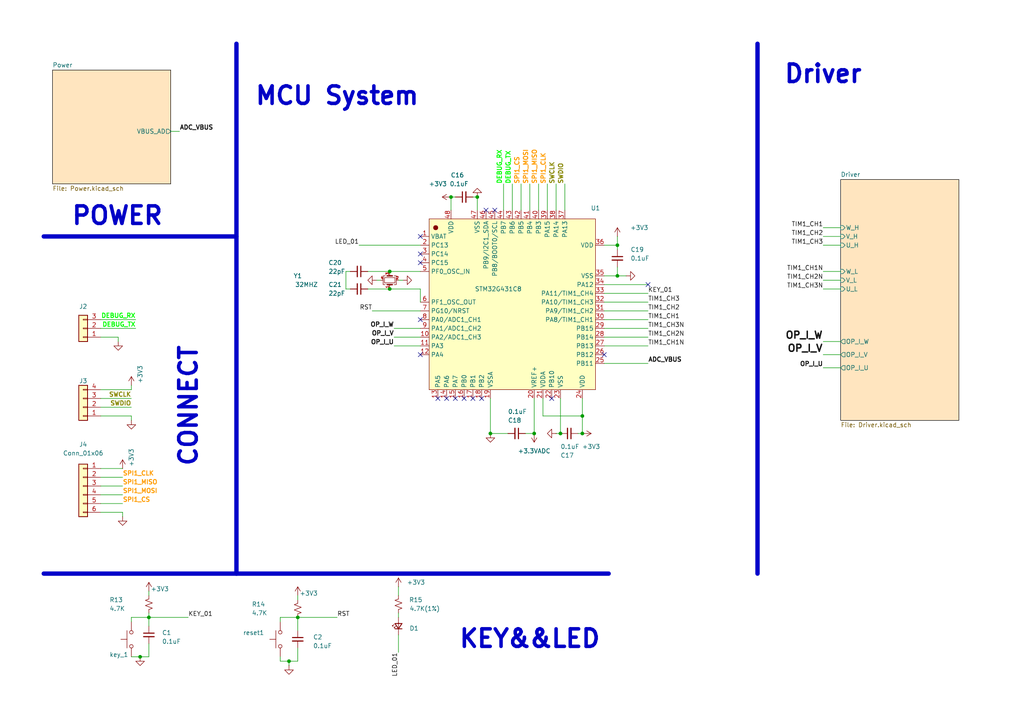
<source format=kicad_sch>
(kicad_sch (version 20231120) (generator "eeschema") (generator_version "8.0")
  (paper "A4")
  (title_block (title "AS5047 DEOM板") (date "2024-05-29") (rev "xxx") (company "速比特电子"))
  (lib_symbols
    (symbol "+3.3V_1" (power) (pin_numbers hide) (pin_names (offset 0) hide)
      (property "Value" "+3.3V" (at 0 3.556 0))
      (symbol "+3.3V_1_0_1"
        (polyline (pts (xy -0.762 1.27) (xy 0 2.54)))
        (polyline (pts (xy 0 0) (xy 0 2.54)))
        (polyline (pts (xy 0 2.54) (xy 0.762 1.27)))
      )
      (symbol "+3.3V_1_1_1"
        (pin power_in line (at 0 0 90) (length 0) (name "~") (number "1"))
      )
    )
    (symbol "+3.3V_2" (power) (pin_numbers hide) (pin_names (offset 0) hide)
      (property "Value" "+3.3V" (at 0 3.556 0))
      (symbol "+3.3V_2_0_1"
        (polyline (pts (xy -0.762 1.27) (xy 0 2.54)))
        (polyline (pts (xy 0 0) (xy 0 2.54)))
        (polyline (pts (xy 0 2.54) (xy 0.762 1.27)))
      )
      (symbol "+3.3V_2_1_1"
        (pin power_in line (at 0 0 90) (length 0) (name "~") (number "1"))
      )
    )
    (symbol "+3.3V_3" (power) (pin_numbers hide) (pin_names (offset 0) hide)
      (property "Value" "+3.3V" (at 0 3.556 0))
      (symbol "+3.3V_3_0_1"
        (polyline (pts (xy -0.762 1.27) (xy 0 2.54)))
        (polyline (pts (xy 0 0) (xy 0 2.54)))
        (polyline (pts (xy 0 2.54) (xy 0.762 1.27)))
      )
      (symbol "+3.3V_3_1_1"
        (pin power_in line (at 0 0 90) (length 0) (name "~") (number "1"))
      )
    )
    (symbol "+3.3V_4" (power) (pin_numbers hide) (pin_names (offset 0) hide)
      (property "Value" "+3.3V" (at 0 3.556 0))
      (symbol "+3.3V_4_0_1"
        (polyline (pts (xy -0.762 1.27) (xy 0 2.54)))
        (polyline (pts (xy 0 0) (xy 0 2.54)))
        (polyline (pts (xy 0 2.54) (xy 0.762 1.27)))
      )
      (symbol "+3.3V_4_1_1"
        (pin power_in line (at 0 0 90) (length 0) (name "~") (number "1"))
      )
    )
    (symbol "+3.3V_5" (power) (pin_numbers hide) (pin_names (offset 0) hide)
      (property "Value" "+3.3V" (at 0 3.556 0))
      (symbol "+3.3V_5_0_1"
        (polyline (pts (xy -0.762 1.27) (xy 0 2.54)))
        (polyline (pts (xy 0 0) (xy 0 2.54)))
        (polyline (pts (xy 0 2.54) (xy 0.762 1.27)))
      )
      (symbol "+3.3V_5_1_1"
        (pin power_in line (at 0 0 90) (length 0) (name "~") (number "1"))
      )
    )
    (symbol "Connector_Generic:Conn_01x03" (pin_names (offset 1.016) hide)
      (property "Reference" "J" (at 0 5.08 0))
      (property "Value" "Conn_01x03" (at 0 -5.08 0))
      (symbol "Conn_01x03_1_1"
        (rectangle (start -1.27 -2.413) (end 0 -2.667) (stroke (width 0.1524)))
        (rectangle (start -1.27 0.127) (end 0 -0.127) (stroke (width 0.1524)))
        (rectangle (start -1.27 2.667) (end 0 2.413) (stroke (width 0.1524)))
        (rectangle (start -1.27 3.81) (end 1.27 -3.81) (stroke (width 0.254)) (fill (type background)))
        (pin passive line (at -5.08 2.54 0) (length 3.81) (name "Pin_1") (number "1"))
        (pin passive line (at -5.08 0 0) (length 3.81) (name "Pin_2") (number "2"))
        (pin passive line (at -5.08 -2.54 0) (length 3.81) (name "Pin_3") (number "3"))
      )
    )
    (symbol "Connector_Generic:Conn_01x04" (pin_names (offset 1.016) hide)
      (property "Reference" "J" (at 0 5.08 0))
      (property "Value" "Conn_01x04" (at 0 -7.62 0))
      (symbol "Conn_01x04_1_1"
        (rectangle (start -1.27 -4.953) (end 0 -5.207) (stroke (width 0.1524)))
        (rectangle (start -1.27 -2.413) (end 0 -2.667) (stroke (width 0.1524)))
        (rectangle (start -1.27 0.127) (end 0 -0.127) (stroke (width 0.1524)))
        (rectangle (start -1.27 2.667) (end 0 2.413) (stroke (width 0.1524)))
        (rectangle (start -1.27 3.81) (end 1.27 -6.35) (stroke (width 0.254)) (fill (type background)))
        (pin passive line (at -5.08 2.54 0) (length 3.81) (name "Pin_1") (number "1"))
        (pin passive line (at -5.08 0 0) (length 3.81) (name "Pin_2") (number "2"))
        (pin passive line (at -5.08 -2.54 0) (length 3.81) (name "Pin_3") (number "3"))
        (pin passive line (at -5.08 -5.08 0) (length 3.81) (name "Pin_4") (number "4"))
      )
    )
    (symbol "Connector_Generic:Conn_01x06" (pin_names (offset 1.016) hide)
      (property "Reference" "J" (at 0 7.62 0))
      (property "Value" "Conn_01x06" (at 0 -10.16 0))
      (symbol "Conn_01x06_1_1"
        (rectangle (start -1.27 -7.493) (end 0 -7.747) (stroke (width 0.1524)))
        (rectangle (start -1.27 -4.953) (end 0 -5.207) (stroke (width 0.1524)))
        (rectangle (start -1.27 -2.413) (end 0 -2.667) (stroke (width 0.1524)))
        (rectangle (start -1.27 0.127) (end 0 -0.127) (stroke (width 0.1524)))
        (rectangle (start -1.27 2.667) (end 0 2.413) (stroke (width 0.1524)))
        (rectangle (start -1.27 5.207) (end 0 4.953) (stroke (width 0.1524)))
        (rectangle (start -1.27 6.35) (end 1.27 -8.89) (stroke (width 0.254)) (fill (type background)))
        (pin passive line (at -5.08 5.08 0) (length 3.81) (name "Pin_1") (number "1"))
        (pin passive line (at -5.08 2.54 0) (length 3.81) (name "Pin_2") (number "2"))
        (pin passive line (at -5.08 0 0) (length 3.81) (name "Pin_3") (number "3"))
        (pin passive line (at -5.08 -2.54 0) (length 3.81) (name "Pin_4") (number "4"))
        (pin passive line (at -5.08 -5.08 0) (length 3.81) (name "Pin_5") (number "5"))
        (pin passive line (at -5.08 -7.62 0) (length 3.81) (name "Pin_6") (number "6"))
      )
    )
    (symbol "Device:C_Small" (pin_numbers hide) (pin_names (offset 0.254) hide)
      (property "Reference" "C" (at 0.254 1.778 0))
      (property "Value" "C_Small" (at 0.254 -2.032 0))
      (symbol "C_Small_0_1"
        (polyline (pts (xy -1.524 -0.508) (xy 1.524 -0.508)) (stroke (width 0.3302)))
        (polyline (pts (xy -1.524 0.508) (xy 1.524 0.508)) (stroke (width 0.3048)))
      )
      (symbol "C_Small_1_1"
        (pin passive line (at 0 2.54 270) (length 2.032) (name "~") (number "1"))
        (pin passive line (at 0 -2.54 90) (length 2.032) (name "~") (number "2"))
      )
    )
    (symbol "Device:Crystal_GND24_Small" (pin_names (offset 1.016) hide)
      (property "Reference" "Y" (at 1.27 4.445 0))
      (property "Value" "Crystal_GND24_Small" (at 1.27 2.54 0))
      (symbol "Crystal_GND24_Small_0_1"
        (rectangle (start -0.762 -1.524) (end 0.762 1.524))
        (polyline (pts (xy -1.27 -0.762) (xy -1.27 0.762)) (stroke (width 0.381)))
        (polyline (pts (xy 1.27 -0.762) (xy 1.27 0.762)) (stroke (width 0.381)))
        (polyline (pts (xy -1.27 -1.27) (xy -1.27 -1.905) (xy 1.27 -1.905) (xy 1.27 -1.27)))
        (polyline (pts (xy -1.27 1.27) (xy -1.27 1.905) (xy 1.27 1.905) (xy 1.27 1.27)))
      )
      (symbol "Crystal_GND24_Small_1_1"
        (pin passive line (at -2.54 0 0) (length 1.27) (name "1") (number "1"))
        (pin passive line (at 0 -2.54 90) (length 0.635) (name "2") (number "2"))
        (pin passive line (at 2.54 0 180) (length 1.27) (name "3") (number "3"))
        (pin passive line (at 0 2.54 270) (length 0.635) (name "4") (number "4"))
      )
    )
    (symbol "Device:LED_Small" (pin_numbers hide) (pin_names (offset 0.254) hide)
      (property "Reference" "D" (at -1.27 3.175 0))
      (property "Value" "LED_Small" (at -4.445 -2.54 0))
      (symbol "LED_Small_0_1"
        (polyline (pts (xy -0.762 -1.016) (xy -0.762 1.016)) (stroke (width 0.254)))
        (polyline (pts (xy 1.016 0) (xy -0.762 0)))
        (polyline (pts (xy 0.762 -1.016) (xy -0.762 0) (xy 0.762 1.016) (xy 0.762 -1.016)) (stroke (width 0.254)))
        (polyline (pts (xy 0 0.762) (xy -0.508 1.27) (xy -0.254 1.27) (xy -0.508 1.27) (xy -0.508 1.016)))
        (polyline (pts (xy 0.508 1.27) (xy 0 1.778) (xy 0.254 1.778) (xy 0 1.778) (xy 0 1.524)))
      )
      (symbol "LED_Small_1_1"
        (pin passive line (at -2.54 0 0) (length 1.778) (name "K") (number "1"))
        (pin passive line (at 2.54 0 180) (length 1.778) (name "A") (number "2"))
      )
    )
    (symbol "Device:R_Small_US" (pin_numbers hide) (pin_names (offset 0.254) hide)
      (property "Reference" "R" (at 0.762 0.508 0))
      (property "Value" "R_Small_US" (at 0.762 -1.016 0))
      (symbol "R_Small_US_1_1"
        (polyline (pts (xy 0 0) (xy 1.016 -0.381) (xy 0 -0.762) (xy -1.016 -1.143) (xy 0 -1.524)))
        (polyline (pts (xy 0 1.524) (xy 1.016 1.143) (xy 0 0.762) (xy -1.016 0.381) (xy 0 0)))
        (pin passive line (at 0 2.54 270) (length 1.016) (name "~") (number "1"))
        (pin passive line (at 0 -2.54 90) (length 1.016) (name "~") (number "2"))
      )
    )
    (symbol "GND_1" (power) (pin_numbers hide) (pin_names (offset 0) hide)
      (property "Value" "GND" (at 0 -3.81 0))
      (symbol "GND_1_0_1"
        (polyline (pts (xy 0 0) (xy 0 -1.27) (xy 1.27 -1.27) (xy 0 -2.54) (xy -1.27 -1.27) (xy 0 -1.27)))
      )
      (symbol "GND_1_1_1"
        (pin power_in line (at 0 0 270) (length 0) (name "~") (number "1"))
      )
    )
    (symbol "GND_2" (power) (pin_numbers hide) (pin_names (offset 0) hide)
      (property "Value" "GND" (at 0 -3.81 0))
      (symbol "GND_2_0_1"
        (polyline (pts (xy 0 0) (xy 0 -1.27) (xy 1.27 -1.27) (xy 0 -2.54) (xy -1.27 -1.27) (xy 0 -1.27)))
      )
      (symbol "GND_2_1_1"
        (pin power_in line (at 0 0 270) (length 0) (name "~") (number "1"))
      )
    )
    (symbol "GND_3" (power) (pin_numbers hide) (pin_names (offset 0) hide)
      (property "Value" "GND" (at 0 -3.81 0))
      (symbol "GND_3_0_1"
        (polyline (pts (xy 0 0) (xy 0 -1.27) (xy 1.27 -1.27) (xy 0 -2.54) (xy -1.27 -1.27) (xy 0 -1.27)))
      )
      (symbol "GND_3_1_1"
        (pin power_in line (at 0 0 270) (length 0) (name "~") (number "1"))
      )
    )
    (symbol "GND_4" (power) (pin_numbers hide) (pin_names (offset 0) hide)
      (property "Value" "GND" (at 0 -3.81 0))
      (symbol "GND_4_0_1"
        (polyline (pts (xy 0 0) (xy 0 -1.27) (xy 1.27 -1.27) (xy 0 -2.54) (xy -1.27 -1.27) (xy 0 -1.27)))
      )
      (symbol "GND_4_1_1"
        (pin power_in line (at 0 0 270) (length 0) (name "~") (number "1"))
      )
    )
    (symbol "GND_5" (power) (pin_numbers hide) (pin_names (offset 0) hide)
      (property "Value" "GND" (at 0 -3.81 0))
      (symbol "GND_5_0_1"
        (polyline (pts (xy 0 0) (xy 0 -1.27) (xy 1.27 -1.27) (xy 0 -2.54) (xy -1.27 -1.27) (xy 0 -1.27)))
      )
      (symbol "GND_5_1_1"
        (pin power_in line (at 0 0 270) (length 0) (name "~") (number "1"))
      )
    )
    (symbol "SW_Push_1" (pin_numbers hide) (pin_names (offset 1.016) hide)
      (property "Reference" "SW" (at 1.27 2.54 0))
      (property "Value" "SW_Push" (at 0 -1.524 0))
      (symbol "SW_Push_1_0_1"
        (circle (center -2.032 0) (radius 0.508))
        (polyline (pts (xy 0 1.27) (xy 0 3.048)))
        (polyline (pts (xy 2.54 1.27) (xy -2.54 1.27)))
        (circle (center 2.032 0) (radius 0.508))
        (pin passive line (at -5.08 0 0) (length 2.54) (name "1") (number "1"))
        (pin passive line (at 5.08 0 180) (length 2.54) (name "2") (number "2"))
      )
    )
    (symbol "Switch:SW_Push" (pin_numbers hide) (pin_names (offset 1.016) hide)
      (property "Reference" "SW" (at 1.27 2.54 0))
      (property "Value" "SW_Push" (at 0 -1.524 0))
      (symbol "SW_Push_0_1"
        (circle (center -2.032 0) (radius 0.508))
        (polyline (pts (xy 0 1.27) (xy 0 3.048)))
        (polyline (pts (xy 2.54 1.27) (xy -2.54 1.27)))
        (circle (center 2.032 0) (radius 0.508))
        (pin passive line (at -5.08 0 0) (length 2.54) (name "1") (number "1"))
        (pin passive line (at 5.08 0 180) (length 2.54) (name "2") (number "2"))
      )
    )
    (symbol "User_Mcu:STM32G431C8TX"
      (property "Reference" "U" (at -21.844 -3.048 0))
      (symbol "STM32G431C8TX_0_1"
        (rectangle (start -22.86 -10.16) (end 25.4 -59.69) (stroke (width 0.1524)) (fill (type background)))
        (circle (center -20.955 -12.7) (radius 0.635) (stroke (width 0.1524)) (fill (type outline)))
      )
      (symbol "STM32G431C8TX_1_1"
        (pin input line (at -25.4 -15.24 0) (length 2.54) (name "VBAT") (number "1"))
        (pin input line (at -25.4 -44.45 0) (length 2.54) (name "PA2/ADC1_CH3") (number "10"))
        (pin input line (at -25.4 -46.99 0) (length 2.54) (name "PA3") (number "11"))
        (pin input line (at -25.4 -49.53 0) (length 2.54) (name "PA4") (number "12"))
        (pin input line (at -20.32 -62.23 90) (length 2.54) (name "PA5") (number "13"))
        (pin input line (at -17.78 -62.23 90) (length 2.54) (name "PA6") (number "14"))
        (pin input line (at -15.24 -62.23 90) (length 2.54) (name "PA7") (number "15"))
        (pin input line (at -12.7 -62.23 90) (length 2.54) (name "PB0") (number "16"))
        (pin input line (at -10.16 -62.23 90) (length 2.54) (name "PB1") (number "17"))
        (pin input line (at -7.62 -62.23 90) (length 2.54) (name "PB2") (number "18"))
        (pin input line (at -5.08 -62.23 90) (length 2.54) (name "VSSA") (number "19"))
        (pin input line (at -25.4 -17.78 0) (length 2.54) (name "PC13") (number "2"))
        (pin input line (at 7.62 -62.23 90) (length 2.54) (name "VREF+") (number "20"))
        (pin input line (at 10.16 -62.23 90) (length 2.54) (name "VDDA") (number "21"))
        (pin input line (at 12.7 -62.23 90) (length 2.54) (name "PB10") (number "22"))
        (pin input line (at 15.24 -62.23 90) (length 2.54) (name "VSS") (number "23"))
        (pin input line (at 21.59 -62.23 90) (length 2.54) (name "VDD") (number "24"))
        (pin input line (at 27.94 -52.07 180) (length 2.54) (name "PB11") (number "25"))
        (pin input line (at 27.94 -49.53 180) (length 2.54) (name "PB12") (number "26"))
        (pin bidirectional line (at 27.94 -46.99 180) (length 2.54) (name "PB13") (number "27"))
        (pin bidirectional line (at 27.94 -44.45 180) (length 2.54) (name "PB14") (number "28"))
        (pin bidirectional line (at 27.94 -41.91 180) (length 2.54) (name "PB15") (number "29"))
        (pin input line (at -25.4 -20.32 0) (length 2.54) (name "PC14") (number "3"))
        (pin bidirectional line (at 27.94 -39.37 180) (length 2.54) (name "PA8/TIM1_CH1") (number "30"))
        (pin bidirectional line (at 27.94 -36.83 180) (length 2.54) (name "PA9/TIM1_CH2") (number "31"))
        (pin bidirectional line (at 27.94 -34.29 180) (length 2.54) (name "PA10/TIM1_CH3") (number "32"))
        (pin input line (at 27.94 -31.75 180) (length 2.54) (name "PA11/TIM1_CH4") (number "33"))
        (pin input line (at 27.94 -29.21 180) (length 2.54) (name "PA12") (number "34"))
        (pin input line (at 27.94 -26.67 180) (length 2.54) (name "VSS") (number "35"))
        (pin input line (at 27.94 -17.78 180) (length 2.54) (name "VDD") (number "36"))
        (pin input line (at 16.51 -7.62 270) (length 2.54) (name "PA13") (number "37"))
        (pin input line (at 13.97 -7.62 270) (length 2.54) (name "PA14") (number "38"))
        (pin input line (at 11.43 -7.62 270) (length 2.54) (name "PA15") (number "39"))
        (pin input line (at -25.4 -22.86 0) (length 2.54) (name "PC15") (number "4"))
        (pin input line (at 8.89 -7.62 270) (length 2.54) (name "PB3") (number "40"))
        (pin input line (at 6.35 -7.62 270) (length 2.54) (name "PB4") (number "41"))
        (pin input line (at 3.81 -7.62 270) (length 2.54) (name "PB5") (number "42"))
        (pin input line (at 1.27 -7.62 270) (length 2.54) (name "PB6") (number "43"))
        (pin input line (at -1.27 -7.62 270) (length 2.54) (name "PB7") (number "44"))
        (pin input line (at -3.81 -7.62 270) (length 2.54) (name "PB8/BOOT0/SCL") (number "45"))
        (pin input line (at -6.35 -7.62 270) (length 2.54) (name "PB9/I2C1_SDA") (number "46"))
        (pin input line (at -8.89 -7.62 270) (length 2.54) (name "VSS") (number "47"))
        (pin input line (at -16.51 -7.62 270) (length 2.54) (name "VDD") (number "48"))
        (pin input line (at -25.4 -25.4 0) (length 2.54) (name "PF0_OSC_IN") (number "5"))
        (pin input line (at -25.4 -34.29 0) (length 2.54) (name "PF1_OSC_OUT") (number "6"))
        (pin input line (at -25.4 -36.83 0) (length 2.54) (name "PG10/NRST") (number "7"))
        (pin input line (at -25.4 -39.37 0) (length 2.54) (name "PA0/ADC1_CH1") (number "8"))
        (pin input line (at -25.4 -41.91 0) (length 2.54) (name "PA1/ADC1_CH2") (number "9"))
      )
    )
    (symbol "power:+3.3V" (power) (pin_numbers hide) (pin_names (offset 0) hide)
      (property "Value" "+3.3V" (at 0 3.556 0))
      (symbol "+3.3V_0_1"
        (polyline (pts (xy -0.762 1.27) (xy 0 2.54)))
        (polyline (pts (xy 0 0) (xy 0 2.54)))
        (polyline (pts (xy 0 2.54) (xy 0.762 1.27)))
      )
      (symbol "+3.3V_1_1"
        (pin power_in line (at 0 0 90) (length 0) (name "~") (number "1"))
      )
    )
    (symbol "power:+3.3VADC" (power) (pin_numbers hide) (pin_names (offset 0) hide)
      (property "Value" "+3.3VADC" (at 0 3.556 0))
      (symbol "+3.3VADC_0_0"
        (pin power_in line (at 0 0 90) (length 0) (name "~") (number "1"))
      )
      (symbol "+3.3VADC_0_1"
        (polyline (pts (xy -0.762 1.27) (xy 0 2.54)))
        (polyline (pts (xy 0 0) (xy 0 2.54)))
        (polyline (pts (xy 0 2.54) (xy 0.762 1.27)))
      )
    )
    (symbol "power:GND" (power) (pin_numbers hide) (pin_names (offset 0) hide)
      (property "Value" "GND" (at 0 -3.81 0))
      (symbol "GND_0_1"
        (polyline (pts (xy 0 0) (xy 0 -1.27) (xy 1.27 -1.27) (xy 0 -2.54) (xy -1.27 -1.27) (xy 0 -1.27)))
      )
      (symbol "GND_1_1"
        (pin power_in line (at 0 0 270) (length 0) (name "~") (number "1"))
      )
    )
  )
  (junction (at 162.56 125.73))
  (junction (at 113.03 78.74))
  (junction (at 86.36 179.07))
  (junction (at 179.07 71.12))
  (junction (at 43.18 179.07))
  (junction (at 40.64 190.5))
  (junction (at 83.82 191.77))
  (junction (at 138.43 57.15))
  (junction (at 154.94 125.73))
  (junction (at 179.07 80.01))
  (junction (at 168.91 125.73))
  (junction (at 130.81 57.15))
  (junction (at 168.91 120.65))
  (junction (at 142.24 125.73))
  (junction (at 113.03 83.82))
  (no_connect (at 175.26 102.87))
  (no_connect (at 134.62 115.57))
  (no_connect (at 127 115.57))
  (no_connect (at 129.54 115.57))
  (no_connect (at 121.92 76.2))
  (no_connect (at 132.08 115.57))
  (no_connect (at 143.51 60.96))
  (no_connect (at 121.92 102.87))
  (no_connect (at 137.16 115.57))
  (no_connect (at 121.92 68.58))
  (no_connect (at 139.7 115.57))
  (no_connect (at 121.92 73.66))
  (no_connect (at 160.02 115.57))
  (no_connect (at 121.92 92.71))
  (no_connect (at 140.97 60.96))
  (no_connect (at 187.96 82.55))
  (wire (pts (xy 29.21 115.57) (xy 38.1 115.57)))
  (wire (pts (xy 29.21 135.89) (xy 35.56 135.89)))
  (polyline (pts (xy 219.71 12.7) (xy 219.71 166.37)) (stroke (width 1.27)))
  (wire (pts (xy 106.68 78.74) (xy 113.03 78.74)))
  (wire (pts (xy 29.21 120.65) (xy 38.1 120.65)))
  (polyline (pts (xy 12.7 68.58) (xy 68.58 68.58)) (stroke (width 1.27)))
  (wire (pts (xy 158.75 53.34) (xy 158.75 60.96)))
  (wire (pts (xy 114.3 95.25) (xy 121.92 95.25)))
  (wire (pts (xy 130.81 57.15) (xy 130.81 60.96)))
  (wire (pts (xy 35.56 149.86) (xy 35.56 148.59)))
  (wire (pts (xy 81.28 190.5) (xy 81.28 191.77)))
  (wire (pts (xy 238.76 83.82) (xy 243.84 83.82)))
  (wire (pts (xy 175.26 100.33) (xy 187.96 100.33)))
  (wire (pts (xy 238.76 99.06) (xy 243.84 99.06)))
  (wire (pts (xy 175.26 90.17) (xy 187.96 90.17)))
  (wire (pts (xy 29.21 95.25) (xy 39.37 95.25)))
  (wire (pts (xy 29.21 118.11) (xy 38.1 118.11)))
  (wire (pts (xy 179.07 80.01) (xy 181.61 80.01)))
  (wire (pts (xy 81.28 179.07) (xy 86.36 179.07)))
  (wire (pts (xy 175.26 80.01) (xy 179.07 80.01)))
  (wire (pts (xy 86.36 187.96) (xy 86.36 191.77)))
  (wire (pts (xy 106.68 83.82) (xy 113.03 83.82)))
  (wire (pts (xy 29.21 146.05) (xy 35.56 146.05)))
  (wire (pts (xy 157.48 115.57) (xy 157.48 120.65)))
  (wire (pts (xy 163.83 53.34) (xy 163.83 60.96)))
  (polyline (pts (xy 12.7 166.37) (xy 176.53 166.37)) (stroke (width 1.27)))
  (wire (pts (xy 29.21 140.97) (xy 35.56 140.97)))
  (wire (pts (xy 175.26 95.25) (xy 187.96 95.25)))
  (wire (pts (xy 175.26 105.41) (xy 187.96 105.41)))
  (wire (pts (xy 238.76 68.58) (xy 243.84 68.58)))
  (wire (pts (xy 175.26 92.71) (xy 187.96 92.71)))
  (wire (pts (xy 100.33 78.74) (xy 100.33 83.82)))
  (wire (pts (xy 153.67 53.34) (xy 153.67 60.96)))
  (wire (pts (xy 113.03 83.82) (xy 121.92 83.82)))
  (wire (pts (xy 83.82 191.77) (xy 83.82 193.04)))
  (wire (pts (xy 86.36 172.72) (xy 86.36 173.99)))
  (wire (pts (xy 100.33 78.74) (xy 101.6 78.74)))
  (wire (pts (xy 38.1 179.07) (xy 38.1 180.34)))
  (wire (pts (xy 29.21 92.71) (xy 39.37 92.71)))
  (wire (pts (xy 151.13 53.34) (xy 151.13 60.96)))
  (wire (pts (xy 238.76 66.04) (xy 243.84 66.04)))
  (wire (pts (xy 142.24 115.57) (xy 142.24 125.73)))
  (wire (pts (xy 29.21 143.51) (xy 35.56 143.51)))
  (wire (pts (xy 175.26 71.12) (xy 179.07 71.12)))
  (wire (pts (xy 43.18 171.45) (xy 43.18 172.72)))
  (wire (pts (xy 81.28 179.07) (xy 81.28 180.34)))
  (wire (pts (xy 175.26 85.09) (xy 187.96 85.09)))
  (wire (pts (xy 29.21 113.03) (xy 38.1 113.03)))
  (wire (pts (xy 179.07 72.39) (xy 179.07 71.12)))
  (wire (pts (xy 115.57 81.28) (xy 116.84 81.28)))
  (wire (pts (xy 43.18 177.8) (xy 43.18 179.07)))
  (wire (pts (xy 109.22 81.28) (xy 110.49 81.28)))
  (wire (pts (xy 107.95 90.17) (xy 121.92 90.17)))
  (wire (pts (xy 238.76 71.12) (xy 243.84 71.12)))
  (wire (pts (xy 167.64 125.73) (xy 168.91 125.73)))
  (wire (pts (xy 29.21 138.43) (xy 35.56 138.43)))
  (wire (pts (xy 157.48 120.65) (xy 168.91 120.65)))
  (wire (pts (xy 43.18 179.07) (xy 43.18 181.61)))
  (wire (pts (xy 179.07 77.47) (xy 179.07 80.01)))
  (wire (pts (xy 100.33 83.82) (xy 101.6 83.82)))
  (wire (pts (xy 38.1 120.65) (xy 38.1 121.92)))
  (wire (pts (xy 86.36 179.07) (xy 97.79 179.07)))
  (wire (pts (xy 238.76 102.87) (xy 243.84 102.87)))
  (wire (pts (xy 175.26 97.79) (xy 187.96 97.79)))
  (wire (pts (xy 137.16 57.15) (xy 138.43 57.15)))
  (wire (pts (xy 130.81 57.15) (xy 132.08 57.15)))
  (wire (pts (xy 156.21 53.34) (xy 156.21 60.96)))
  (wire (pts (xy 154.94 125.73) (xy 152.4 125.73)))
  (wire (pts (xy 81.28 191.77) (xy 83.82 191.77)))
  (wire (pts (xy 49.53 38.1) (xy 52.07 38.1)))
  (wire (pts (xy 114.3 97.79) (xy 121.92 97.79)))
  (wire (pts (xy 138.43 57.15) (xy 138.43 60.96)))
  (wire (pts (xy 38.1 111.76) (xy 38.1 113.03)))
  (wire (pts (xy 179.07 68.58) (xy 179.07 71.12)))
  (wire (pts (xy 115.57 184.15) (xy 115.57 189.23)))
  (wire (pts (xy 40.64 190.5) (xy 43.18 190.5)))
  (wire (pts (xy 175.26 87.63) (xy 187.96 87.63)))
  (wire (pts (xy 154.94 115.57) (xy 154.94 125.73)))
  (wire (pts (xy 43.18 179.07) (xy 38.1 179.07)))
  (wire (pts (xy 161.29 125.73) (xy 162.56 125.73)))
  (wire (pts (xy 29.21 97.79) (xy 34.29 97.79)))
  (wire (pts (xy 175.26 82.55) (xy 187.96 82.55)))
  (wire (pts (xy 121.92 83.82) (xy 121.92 87.63)))
  (wire (pts (xy 34.29 97.79) (xy 34.29 99.06)))
  (wire (pts (xy 43.18 190.5) (xy 43.18 186.69)))
  (wire (pts (xy 162.56 115.57) (xy 162.56 125.73)))
  (wire (pts (xy 168.91 120.65) (xy 168.91 125.73)))
  (wire (pts (xy 114.3 100.33) (xy 121.92 100.33)))
  (wire (pts (xy 83.82 191.77) (xy 86.36 191.77)))
  (wire (pts (xy 238.76 78.74) (xy 243.84 78.74)))
  (wire (pts (xy 115.57 170.18) (xy 115.57 172.72)))
  (wire (pts (xy 35.56 148.59) (xy 29.21 148.59)))
  (wire (pts (xy 142.24 125.73) (xy 147.32 125.73)))
  (wire (pts (xy 43.18 179.07) (xy 54.61 179.07)))
  (wire (pts (xy 104.14 71.12) (xy 121.92 71.12)))
  (wire (pts (xy 238.76 106.68) (xy 243.84 106.68)))
  (polyline (pts (xy 68.58 12.7) (xy 68.58 166.37)) (stroke (width 1.27)))
  (wire (pts (xy 86.36 179.07) (xy 86.36 182.88)))
  (wire (pts (xy 238.76 81.28) (xy 243.84 81.28)))
  (wire (pts (xy 115.57 177.8) (xy 115.57 179.07)))
  (wire (pts (xy 148.59 53.34) (xy 148.59 60.96)))
  (wire (pts (xy 161.29 53.34) (xy 161.29 60.96)))
  (wire (pts (xy 38.1 190.5) (xy 40.64 190.5)))
  (wire (pts (xy 168.91 115.57) (xy 168.91 120.65)))
  (wire (pts (xy 146.05 53.34) (xy 146.05 60.96)))
  (wire (pts (xy 113.03 78.74) (xy 121.92 78.74)))
  (text "POWER" (at 34.036 62.738 0) (effects (font (size 5.08 5.08) (bold yes))))
  (text "Driver" (at 238.76 21.59 0) (effects (font (size 5.08 5.08) (bold yes))))
  (text "KEY&&LED" (at 153.67 185.42 0) (effects (font (size 5.08 5.08) (thickness 1.016) (bold yes))))
  (text "MCU System" (at 97.79 27.94 0) (effects (font (size 5.08 5.08) (bold yes))))
  (text "CONNECT" (at 54.61 117.856 90) (effects (font (size 5.08 5.08) (bold yes))))
  (label "SPI1_MISO" (at 156.21 53.34 90) (effects (font (thickness 0.254) (bold yes))))
  (label "DEBUG_TX" (at 148.59 53.34 90) (effects (font (thickness 0.254) (bold yes))))
  (label "TIM1_CH2N" (at 238.76 81.28 180))
  (label "SPI1_MOSI" (at 153.67 53.34 90) (effects (font (thickness 0.254) (bold yes))))
  (label "KEY_01" (at 54.61 179.07 0))
  (label "LED_01" (at 104.14 71.12 180))
  (label "TIM1_CH2N" (at 187.96 97.79 0))
  (label "TIM1_CH1" (at 238.76 66.04 180))
  (label "DEBUG_RX" (at 39.37 92.71 180) (effects (font (thickness 0.254) (bold yes))))
  (label "TIM1_CH1N" (at 187.96 100.33 0))
  (label "KEY_01" (at 187.96 85.09 0))
  (label "TIM1_CH3N" (at 238.76 83.82 180))
  (label "ADC_VBUS" (at 187.96 105.41 0) (effects (font (bold yes))))
  (label "OP_I_V" (at 114.3 97.79 180) (effects (font (bold yes))))
  (label "SWCLK" (at 38.1 115.57 180) (effects (font (thickness 0.254) (bold yes))))
  (label "DEBUG_TX" (at 39.37 95.25 180) (effects (font (thickness 0.254) (bold yes))))
  (label "OP_I_V" (at 238.76 102.87 180) (effects (font (size 2.032 2.032) (bold yes))))
  (label "TIM1_CH1" (at 187.96 92.71 0))
  (label "SPI1_MOSI" (at 35.56 143.51 0) (effects (font (thickness 0.254) (bold yes))))
  (label "SPI1_CS" (at 151.13 53.34 90) (effects (font (thickness 0.254) (bold yes))))
  (label "ADC_VBUS" (at 52.07 38.1 0) (effects (font (bold yes))))
  (label "SWCLK" (at 161.29 53.34 90) (effects (font (thickness 0.254) (bold yes))))
  (label "TIM1_CH3" (at 238.76 71.12 180))
  (label "TIM1_CH3N" (at 187.96 95.25 0))
  (label "SPI1_CS" (at 35.56 146.05 0) (effects (font (thickness 0.254) (bold yes))))
  (label "TIM1_CH2" (at 187.96 90.17 0))
  (label "SWDIO" (at 38.1 118.11 180) (effects (font (thickness 0.254) (bold yes))))
  (label "SWDIO" (at 163.83 53.34 90) (effects (font (thickness 0.254) (bold yes))))
  (label "OP_I_U" (at 114.3 100.33 180) (effects (font (bold yes))))
  (label "SPI1_CLK" (at 35.56 138.43 0) (effects (font (thickness 0.254) (bold yes))))
  (label "DEBUG_RX" (at 146.05 53.34 90) (effects (font (thickness 0.254) (bold yes))))
  (label "OP_I_W" (at 114.3 95.25 180) (effects (font (bold yes))))
  (label "TIM1_CH1N" (at 238.76 78.74 180))
  (label "RST" (at 107.95 90.17 180))
  (label "OP_I_U" (at 238.76 106.68 180) (effects (font (bold yes))))
  (label "TIM1_CH2" (at 238.76 68.58 180))
  (label "RST" (at 97.79 179.07 0))
  (label "TIM1_CH3" (at 187.96 87.63 0))
  (label "SPI1_CLK" (at 158.75 53.34 90) (effects (font (thickness 0.254) (bold yes))))
  (label "LED_01" (at 115.57 189.23 270))
  (label "OP_I_W" (at 238.76 99.06 180) (effects (font (size 2.032 2.032) (bold yes))))
  (label "SPI1_MISO" (at 35.56 140.97 0) (effects (font (thickness 0.254) (bold yes))))
  (symbol (lib_id "Device:C_Small") (at 149.86 125.73 270) (unit 1)
    (property "Reference" "C18" (at 147.32 121.92 90) (effects (justify left)))
    (property "Value" "0.1uF" (at 147.32 119.38 90) (effects (justify left)))
    (property "Footprint" "Capacitor_SMD:C_0603_1608Metric" (effects (hide yes)))
  )
  (symbol (lib_id "User_Mcu:STM32G431C8TX") (at 147.32 53.34 0) (unit 1)
    (property "Reference" "U1" (at 172.72 60.3564 0))
    (property "Value" "STM32G431C8" (at 144.526 83.82 0))
    (property "Footprint" "Package_QFP:LQFP-48_7x7mm_P0.5mm" (effects (hide yes)))
  )
  (symbol (lib_id "Device:C_Small") (at 86.36 185.42 0) (unit 1)
    (property "Reference" "C2" (at 90.805 184.785 0) (effects (justify left)))
    (property "Value" "0.1uF" (at 90.805 187.325 0) (effects (justify left)))
    (property "Footprint" "Capacitor_SMD:C_0603_1608Metric" (effects (hide yes)))
  )
  (symbol (lib_name "SW_Push_1") (lib_id "Switch:SW_Push") (at 38.1 185.42 90) (unit 1)
    (property "Reference" "key_1" (at 31.75 189.865 90) (effects (justify right)))
    (property "Value" "SW_Push" (effects (hide yes)))
    (property "Footprint" "Button_Switch_SMD:SW_SPST_CK_RS282G05A3" (effects (hide yes)))
    (property "Description" "Push button switch, generic, two pins" (effects (hide yes)))
  )
  (symbol (lib_id "Device:C_Small") (at 104.14 78.74 270) (unit 1)
    (property "Reference" "C20" (at 95.25 76.2 90) (effects (justify left)))
    (property "Value" "22pF" (at 95.25 78.74 90) (effects (justify left)))
    (property "Footprint" "Capacitor_SMD:C_0603_1608Metric" (effects (hide yes)))
  )
  (symbol (lib_name "+3.3V_4") (lib_id "power:+3.3V") (at 86.36 172.72 0) (unit 1)
    (property "Reference" "#PWR026" (effects (hide yes)))
    (property "Value" "+3V3" (at 89.535 172.085 0))
    (property "Description" "Power symbol creates a global label with name \"+3.3V\"" (effects (hide yes)))
  )
  (symbol (lib_name "+3.3V_3") (lib_id "power:+3.3V") (at 130.81 57.15 90) (unit 1)
    (property "Reference" "#PWR028" (effects (hide yes)))
    (property "Value" "+3V3" (at 127 53.34 90))
    (property "Description" "Power symbol creates a global label with name \"+3.3V\"" (effects (hide yes)))
  )
  (symbol (lib_name "GND_3") (lib_id "power:GND") (at 38.1 121.92 0) (unit 1)
    (property "Reference" "#PWR022" (effects (hide yes)))
    (property "Value" "GND" (effects (hide yes)))
    (property "Description" "Power symbol creates a global label with name \"GND\" , ground" (effects (hide yes)))
  )
  (symbol (lib_id "power:+3.3VADC") (at 154.94 125.73 180) (unit 1)
    (property "Reference" "#PWR033" (effects (hide yes)))
    (property "Value" "+3.3VADC" (at 154.94 130.81 0))
    (property "Description" "Power symbol creates a global label with name \"+3.3VADC\"" (effects (hide yes)))
  )
  (symbol (lib_id "Connector_Generic:Conn_01x03") (at 24.13 95.25 180) (unit 1)
    (property "Reference" "J2" (at 24.13 88.9 0))
    (property "Value" "Conn_01x03" (effects (hide yes)))
    (property "Footprint" "Connector_PinHeader_2.54mm:PinHeader_1x03_P2.54mm_Vertical" (effects (hide yes)))
  )
  (symbol (lib_id "Device:R_Small_US") (at 115.57 175.26 0) (mirror x) (unit 1)
    (property "Reference" "R15" (at 122.555 173.99 0) (effects (justify right)))
    (property "Value" "4.7K(1%)" (at 127.635 176.53 0) (effects (justify right)))
    (property "Footprint" "Resistor_SMD:R_0603_1608Metric" (effects (hide yes)))
  )
  (symbol (lib_name "GND_4") (lib_id "power:GND") (at 109.22 81.28 270) (unit 1)
    (property "Reference" "#PWR036" (effects (hide yes)))
    (property "Value" "GND" (effects (hide yes)))
    (property "Description" "Power symbol creates a global label with name \"GND\" , ground" (effects (hide yes)))
  )
  (symbol (lib_name "+3.3V_3") (lib_id "power:+3.3V") (at 179.07 68.58 0) (unit 1)
    (property "Reference" "#PWR035" (effects (hide yes)))
    (property "Value" "+3V3" (at 185.42 66.04 0))
    (property "Description" "Power symbol creates a global label with name \"+3.3V\"" (effects (hide yes)))
  )
  (symbol (lib_id "Device:C_Small") (at 104.14 83.82 270) (unit 1)
    (property "Reference" "C21" (at 95.25 82.55 90) (effects (justify left)))
    (property "Value" "22pF" (at 95.25 85.09 90) (effects (justify left)))
    (property "Footprint" "Capacitor_SMD:C_0603_1608Metric" (effects (hide yes)))
  )
  (symbol (lib_name "GND_4") (lib_id "power:GND") (at 181.61 80.01 90) (unit 1)
    (property "Reference" "#PWR034" (effects (hide yes)))
    (property "Value" "GND" (effects (hide yes)))
    (property "Description" "Power symbol creates a global label with name \"GND\" , ground" (effects (hide yes)))
  )
  (symbol (lib_id "Connector_Generic:Conn_01x06") (at 24.13 140.97 0) (mirror y) (unit 1)
    (property "Reference" "J4" (at 24.13 128.905 0))
    (property "Value" "Conn_01x06" (at 24.13 131.445 0))
    (property "Footprint" "Connector_PinHeader_2.54mm:PinHeader_1x06_P2.54mm_Vertical" (effects (hide yes)))
  )
  (symbol (lib_id "Device:C_Small") (at 179.07 74.93 0) (unit 1)
    (property "Reference" "C19" (at 182.88 72.39 0) (effects (justify left)))
    (property "Value" "0.1uF" (at 182.88 74.93 0) (effects (justify left)))
    (property "Footprint" "Capacitor_SMD:C_0603_1608Metric" (effects (hide yes)))
  )
  (symbol (lib_id "power:GND") (at 34.29 99.06 0) (unit 1)
    (property "Reference" "#PWR012" (effects (hide yes)))
    (property "Value" "GND" (effects (hide yes)))
    (property "Description" "Power symbol creates a global label with name \"GND\" , ground" (effects (hide yes)))
  )
  (symbol (lib_id "Device:C_Small") (at 134.62 57.15 90) (unit 1)
    (property "Reference" "C16" (at 134.62 50.8 90) (effects (justify left)))
    (property "Value" "0.1uF" (at 135.89 53.34 90) (effects (justify left)))
    (property "Footprint" "Capacitor_SMD:C_0603_1608Metric" (effects (hide yes)))
  )
  (symbol (lib_id "power:+3.3V") (at 35.56 135.89 0) (unit 1)
    (property "Reference" "#PWR015" (effects (hide yes)))
    (property "Value" "+3V3" (at 38.1 132.715 90))
    (property "Description" "Power symbol creates a global label with name \"+3.3V\"" (effects (hide yes)))
  )
  (symbol (lib_name "GND_4") (lib_id "power:GND") (at 142.24 125.73 0) (unit 1)
    (property "Reference" "#PWR032" (effects (hide yes)))
    (property "Value" "GND" (effects (hide yes)))
    (property "Description" "Power symbol creates a global label with name \"GND\" , ground" (effects (hide yes)))
  )
  (symbol (lib_id "Device:C_Small") (at 43.18 184.15 0) (unit 1)
    (property "Reference" "C1" (at 46.99 183.515 0) (effects (justify left)))
    (property "Value" "0.1uF" (at 46.99 186.055 0) (effects (justify left)))
    (property "Footprint" "Capacitor_SMD:C_0603_1608Metric" (effects (hide yes)))
  )
  (symbol (lib_id "Switch:SW_Push") (at 81.28 185.42 90) (unit 1)
    (property "Reference" "reset1" (at 70.485 183.515 90) (effects (justify right)))
    (property "Value" "SW_Push" (effects (hide yes)))
    (property "Footprint" "Button_Switch_SMD:SW_SPST_CK_RS282G05A3" (effects (hide yes)))
    (property "Description" "Push button switch, generic, two pins" (effects (hide yes)))
  )
  (symbol (lib_name "+3.3V_1") (lib_id "power:+3.3V") (at 43.18 171.45 0) (unit 1)
    (property "Reference" "#PWR024" (effects (hide yes)))
    (property "Value" "+3V3" (at 46.355 170.815 0))
    (property "Description" "Power symbol creates a global label with name \"+3.3V\"" (effects (hide yes)))
  )
  (symbol (lib_name "+3.3V_5") (lib_id "power:+3.3V") (at 115.57 170.18 0) (unit 1)
    (property "Reference" "#PWR027" (effects (hide yes)))
    (property "Value" "+3V3" (at 120.65 168.91 0))
    (property "Description" "Power symbol creates a global label with name \"+3.3V\"" (effects (hide yes)))
  )
  (symbol (lib_name "GND_2") (lib_id "power:GND") (at 35.56 149.86 0) (unit 1)
    (property "Reference" "#PWR016" (effects (hide yes)))
    (property "Value" "GND" (effects (hide yes)))
    (property "Description" "Power symbol creates a global label with name \"GND\" , ground" (effects (hide yes)))
  )
  (symbol (lib_name "GND_4") (lib_id "power:GND") (at 138.43 57.15 180) (unit 1)
    (property "Reference" "#PWR029" (effects (hide yes)))
    (property "Value" "GND" (effects (hide yes)))
    (property "Description" "Power symbol creates a global label with name \"GND\" , ground" (effects (hide yes)))
  )
  (symbol (lib_id "Device:R_Small_US") (at 86.36 176.53 0) (mirror y) (unit 1)
    (property "Reference" "R14" (at 73.025 175.26 0) (effects (justify right)))
    (property "Value" "4.7K" (at 73.025 177.8 0) (effects (justify right)))
    (property "Footprint" "Resistor_SMD:R_0603_1608Metric" (effects (hide yes)))
  )
  (symbol (lib_name "GND_1") (lib_id "power:GND") (at 40.64 190.5 0) (unit 1)
    (property "Reference" "#PWR023" (effects (hide yes)))
    (property "Value" "GND" (effects (hide yes)))
    (property "Description" "Power symbol creates a global label with name \"GND\" , ground" (effects (hide yes)))
  )
  (symbol (lib_name "GND_4") (lib_id "power:GND") (at 116.84 81.28 90) (unit 1)
    (property "Reference" "#PWR037" (effects (hide yes)))
    (property "Value" "GND" (effects (hide yes)))
    (property "Description" "Power symbol creates a global label with name \"GND\" , ground" (effects (hide yes)))
  )
  (symbol (lib_name "+3.3V_3") (lib_id "power:+3.3V") (at 168.91 125.73 270) (unit 1)
    (property "Reference" "#PWR030" (effects (hide yes)))
    (property "Value" "+3V3" (at 171.45 129.54 90))
    (property "Description" "Power symbol creates a global label with name \"+3.3V\"" (effects (hide yes)))
  )
  (symbol (lib_id "Device:C_Small") (at 165.1 125.73 270) (unit 1)
    (property "Reference" "C17" (at 162.56 132.08 90) (effects (justify left)))
    (property "Value" "0.1uF" (at 162.56 129.54 90) (effects (justify left)))
    (property "Footprint" "Capacitor_SMD:C_0603_1608Metric" (effects (hide yes)))
  )
  (symbol (lib_id "Device:LED_Small") (at 115.57 181.61 90) (unit 1)
    (property "Reference" "D1" (at 118.745 182.245 90) (effects (justify right)))
    (property "Value" "LED_Red" (effects (hide yes)))
    (property "Footprint" "Diode_SMD:D_0603_1608Metric_Pad1.05x0.95mm_HandSolder" (effects (hide yes)))
  )
  (symbol (lib_id "Device:Crystal_GND24_Small") (at 113.03 81.28 90) (unit 1)
    (property "Reference" "Y1" (at 86.36 80.01 90))
    (property "Value" "32MHZ" (at 88.9 82.55 90))
    (property "Footprint" "Crystal:Crystal_SMD_3225-4Pin_3.2x2.5mm" (effects (hide yes)))
    (property "Description" "Four pin crystal, GND on pins 2 and 4, small symbol" (effects (hide yes)))
  )
  (symbol (lib_name "GND_5") (lib_id "power:GND") (at 83.82 193.04 0) (unit 1)
    (property "Reference" "#PWR025" (effects (hide yes)))
    (property "Value" "GND" (effects (hide yes)))
    (property "Description" "Power symbol creates a global label with name \"GND\" , ground" (effects (hide yes)))
  )
  (symbol (lib_id "Device:R_Small_US") (at 43.18 175.26 0) (mirror y) (unit 1)
    (property "Reference" "R13" (at 31.75 173.99 0) (effects (justify right)))
    (property "Value" "4.7K" (at 31.75 176.53 0) (effects (justify right)))
    (property "Footprint" "Resistor_SMD:R_0603_1608Metric" (effects (hide yes)))
  )
  (symbol (lib_name "GND_4") (lib_id "power:GND") (at 161.29 125.73 270) (unit 1)
    (property "Reference" "#PWR031" (effects (hide yes)))
    (property "Value" "GND" (effects (hide yes)))
    (property "Description" "Power symbol creates a global label with name \"GND\" , ground" (effects (hide yes)))
  )
  (symbol (lib_name "+3.3V_2") (lib_id "power:+3.3V") (at 38.1 111.76 0) (unit 1)
    (property "Reference" "#PWR021" (effects (hide yes)))
    (property "Value" "+3V3" (at 40.64 108.585 90))
    (property "Description" "Power symbol creates a global label with name \"+3.3V\"" (effects (hide yes)))
  )
  (symbol (lib_id "Connector_Generic:Conn_01x04") (at 24.13 118.11 180) (unit 1)
    (property "Reference" "J3" (at 24.13 110.49 0))
    (property "Value" "Conn_01x04" (effects (hide yes)))
    (property "Footprint" "Connector_PinHeader_2.54mm:PinHeader_1x04_P2.54mm_Vertical" (effects (hide yes)))
  )
  (sheet (at 243.84 52.07) (size 34.29 69.85) (stroke (width 0.1524) (color 0 0 0 1)) (fill (color 255 229 191 1.0000))
    (property "Sheetname" "Driver" (at 243.84 51.3584 0) (effects (justify left bottom)))
    (property "Sheetfile" "Driver.kicad_sch" (at 243.84 122.5046 0) (effects (justify left top)))
    (pin "U_L" input (at 243.84 83.82 180))
    (pin "U_H" input (at 243.84 71.12 180))
    (pin "W_H" input (at 243.84 66.04 180))
    (pin "V_H" input (at 243.84 68.58 180))
    (pin "V_L" input (at 243.84 81.28 180))
    (pin "W_L" input (at 243.84 78.74 180))
    (pin "OP_I_W" output (at 243.84 99.06 180))
    (pin "OP_I_V" output (at 243.84 102.87 180))
    (pin "OP_I_U" output (at 243.84 106.68 180))
  )
  (sheet (at 15.24 20.32) (size 34.29 33.02) (stroke (width 0.1524) (color 0 0 0 1)) (fill (color 255 229 191 1.0000))
    (property "Sheetname" "Power" (at 15.24 19.6084 0) (effects (justify left bottom)))
    (property "Sheetfile" "Power.kicad_sch" (at 15.24 53.9246 0) (effects (justify left top)))
    (pin "VBUS_AD" output (at 49.53 38.1 0))
  )
)
</source>
